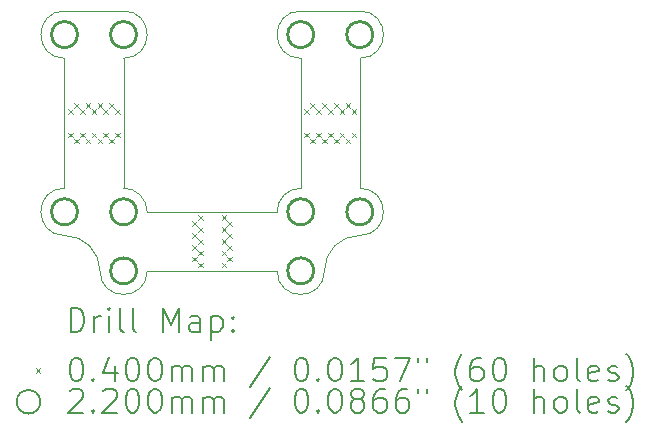
<source format=gbr>
%FSLAX45Y45*%
G04 Gerber Fmt 4.5, Leading zero omitted, Abs format (unit mm)*
G04 Created by KiCad (PCBNEW 6.0.1-79c1e3a40b~116~ubuntu20.04.1) date 2022-01-30 13:40:52*
%MOMM*%
%LPD*%
G01*
G04 APERTURE LIST*
%TA.AperFunction,Profile*%
%ADD10C,0.100000*%
%TD*%
%ADD11C,0.200000*%
%ADD12C,0.040000*%
%ADD13C,0.220000*%
G04 APERTURE END LIST*
D10*
X14500000Y-8700000D02*
G75*
G03*
X14500000Y-8300000I0J200000D01*
G01*
X14000000Y-8300000D02*
G75*
G03*
X14000000Y-8700000I0J-200000D01*
G01*
X14500000Y-10200000D02*
G75*
G03*
X14200000Y-10500000I0J-300000D01*
G01*
X13800000Y-10500000D02*
G75*
G03*
X14200000Y-10500000I200000J0D01*
G01*
X14500000Y-10200000D02*
G75*
G03*
X14500000Y-9800000I0J200000D01*
G01*
X14000000Y-9800000D02*
G75*
G03*
X13800000Y-10000000I0J-200000D01*
G01*
X12700000Y-10000000D02*
G75*
G03*
X12500000Y-9800000I-200000J0D01*
G01*
X12300000Y-10500000D02*
G75*
G03*
X12000000Y-10200000I-300000J0D01*
G01*
X12300000Y-10500000D02*
G75*
G03*
X12700000Y-10500000I200000J0D01*
G01*
X12000000Y-9800000D02*
G75*
G03*
X12000000Y-10200000I0J-200000D01*
G01*
X12500000Y-8700000D02*
G75*
G03*
X12500000Y-8300000I0J200000D01*
G01*
X12000000Y-8300000D02*
G75*
G03*
X12000000Y-8700000I0J-200000D01*
G01*
X12700000Y-10000000D02*
X13800000Y-10000000D01*
X12500000Y-8700000D02*
X12500000Y-9800000D01*
X14000000Y-8700000D02*
X14000000Y-9800000D01*
X14500000Y-8700000D02*
X14500000Y-9800000D01*
X12700000Y-10500000D02*
X13800000Y-10500000D01*
X12000000Y-8700000D02*
X12000000Y-9800000D01*
X14000000Y-8300000D02*
X14500000Y-8300000D01*
X12000000Y-8300000D02*
X12500000Y-8300000D01*
D11*
D12*
X12030000Y-9130000D02*
X12070000Y-9170000D01*
X12070000Y-9130000D02*
X12030000Y-9170000D01*
X12030000Y-9330000D02*
X12070000Y-9370000D01*
X12070000Y-9330000D02*
X12030000Y-9370000D01*
X12080000Y-9080000D02*
X12120000Y-9120000D01*
X12120000Y-9080000D02*
X12080000Y-9120000D01*
X12080000Y-9380000D02*
X12120000Y-9420000D01*
X12120000Y-9380000D02*
X12080000Y-9420000D01*
X12130000Y-9130000D02*
X12170000Y-9170000D01*
X12170000Y-9130000D02*
X12130000Y-9170000D01*
X12130000Y-9330000D02*
X12170000Y-9370000D01*
X12170000Y-9330000D02*
X12130000Y-9370000D01*
X12180000Y-9080000D02*
X12220000Y-9120000D01*
X12220000Y-9080000D02*
X12180000Y-9120000D01*
X12180000Y-9380000D02*
X12220000Y-9420000D01*
X12220000Y-9380000D02*
X12180000Y-9420000D01*
X12230000Y-9130000D02*
X12270000Y-9170000D01*
X12270000Y-9130000D02*
X12230000Y-9170000D01*
X12230000Y-9130000D02*
X12270000Y-9170000D01*
X12270000Y-9130000D02*
X12230000Y-9170000D01*
X12230000Y-9330000D02*
X12270000Y-9370000D01*
X12270000Y-9330000D02*
X12230000Y-9370000D01*
X12230000Y-9330000D02*
X12270000Y-9370000D01*
X12270000Y-9330000D02*
X12230000Y-9370000D01*
X12280000Y-9080000D02*
X12320000Y-9120000D01*
X12320000Y-9080000D02*
X12280000Y-9120000D01*
X12280000Y-9380000D02*
X12320000Y-9420000D01*
X12320000Y-9380000D02*
X12280000Y-9420000D01*
X12330000Y-9130000D02*
X12370000Y-9170000D01*
X12370000Y-9130000D02*
X12330000Y-9170000D01*
X12330000Y-9330000D02*
X12370000Y-9370000D01*
X12370000Y-9330000D02*
X12330000Y-9370000D01*
X12380000Y-9080000D02*
X12420000Y-9120000D01*
X12420000Y-9080000D02*
X12380000Y-9120000D01*
X12380000Y-9380000D02*
X12420000Y-9420000D01*
X12420000Y-9380000D02*
X12380000Y-9420000D01*
X12430000Y-9130000D02*
X12470000Y-9170000D01*
X12470000Y-9130000D02*
X12430000Y-9170000D01*
X12430000Y-9330000D02*
X12470000Y-9370000D01*
X12470000Y-9330000D02*
X12430000Y-9370000D01*
X13080000Y-10080000D02*
X13120000Y-10120000D01*
X13120000Y-10080000D02*
X13080000Y-10120000D01*
X13080000Y-10180000D02*
X13120000Y-10220000D01*
X13120000Y-10180000D02*
X13080000Y-10220000D01*
X13080000Y-10280000D02*
X13120000Y-10320000D01*
X13120000Y-10280000D02*
X13080000Y-10320000D01*
X13080000Y-10380000D02*
X13120000Y-10420000D01*
X13120000Y-10380000D02*
X13080000Y-10420000D01*
X13130000Y-10030000D02*
X13170000Y-10070000D01*
X13170000Y-10030000D02*
X13130000Y-10070000D01*
X13130000Y-10130000D02*
X13170000Y-10170000D01*
X13170000Y-10130000D02*
X13130000Y-10170000D01*
X13130000Y-10230000D02*
X13170000Y-10270000D01*
X13170000Y-10230000D02*
X13130000Y-10270000D01*
X13130000Y-10230000D02*
X13170000Y-10270000D01*
X13170000Y-10230000D02*
X13130000Y-10270000D01*
X13130000Y-10330000D02*
X13170000Y-10370000D01*
X13170000Y-10330000D02*
X13130000Y-10370000D01*
X13130000Y-10430000D02*
X13170000Y-10470000D01*
X13170000Y-10430000D02*
X13130000Y-10470000D01*
X13330000Y-10030000D02*
X13370000Y-10070000D01*
X13370000Y-10030000D02*
X13330000Y-10070000D01*
X13330000Y-10130000D02*
X13370000Y-10170000D01*
X13370000Y-10130000D02*
X13330000Y-10170000D01*
X13330000Y-10230000D02*
X13370000Y-10270000D01*
X13370000Y-10230000D02*
X13330000Y-10270000D01*
X13330000Y-10230000D02*
X13370000Y-10270000D01*
X13370000Y-10230000D02*
X13330000Y-10270000D01*
X13330000Y-10330000D02*
X13370000Y-10370000D01*
X13370000Y-10330000D02*
X13330000Y-10370000D01*
X13330000Y-10430000D02*
X13370000Y-10470000D01*
X13370000Y-10430000D02*
X13330000Y-10470000D01*
X13380000Y-10080000D02*
X13420000Y-10120000D01*
X13420000Y-10080000D02*
X13380000Y-10120000D01*
X13380000Y-10180000D02*
X13420000Y-10220000D01*
X13420000Y-10180000D02*
X13380000Y-10220000D01*
X13380000Y-10280000D02*
X13420000Y-10320000D01*
X13420000Y-10280000D02*
X13380000Y-10320000D01*
X13380000Y-10380000D02*
X13420000Y-10420000D01*
X13420000Y-10380000D02*
X13380000Y-10420000D01*
X14030000Y-9130000D02*
X14070000Y-9170000D01*
X14070000Y-9130000D02*
X14030000Y-9170000D01*
X14030000Y-9330000D02*
X14070000Y-9370000D01*
X14070000Y-9330000D02*
X14030000Y-9370000D01*
X14080000Y-9080000D02*
X14120000Y-9120000D01*
X14120000Y-9080000D02*
X14080000Y-9120000D01*
X14080000Y-9380000D02*
X14120000Y-9420000D01*
X14120000Y-9380000D02*
X14080000Y-9420000D01*
X14130000Y-9130000D02*
X14170000Y-9170000D01*
X14170000Y-9130000D02*
X14130000Y-9170000D01*
X14130000Y-9330000D02*
X14170000Y-9370000D01*
X14170000Y-9330000D02*
X14130000Y-9370000D01*
X14180000Y-9080000D02*
X14220000Y-9120000D01*
X14220000Y-9080000D02*
X14180000Y-9120000D01*
X14180000Y-9380000D02*
X14220000Y-9420000D01*
X14220000Y-9380000D02*
X14180000Y-9420000D01*
X14230000Y-9130000D02*
X14270000Y-9170000D01*
X14270000Y-9130000D02*
X14230000Y-9170000D01*
X14230000Y-9130000D02*
X14270000Y-9170000D01*
X14270000Y-9130000D02*
X14230000Y-9170000D01*
X14230000Y-9330000D02*
X14270000Y-9370000D01*
X14270000Y-9330000D02*
X14230000Y-9370000D01*
X14230000Y-9330000D02*
X14270000Y-9370000D01*
X14270000Y-9330000D02*
X14230000Y-9370000D01*
X14280000Y-9080000D02*
X14320000Y-9120000D01*
X14320000Y-9080000D02*
X14280000Y-9120000D01*
X14280000Y-9380000D02*
X14320000Y-9420000D01*
X14320000Y-9380000D02*
X14280000Y-9420000D01*
X14330000Y-9130000D02*
X14370000Y-9170000D01*
X14370000Y-9130000D02*
X14330000Y-9170000D01*
X14330000Y-9330000D02*
X14370000Y-9370000D01*
X14370000Y-9330000D02*
X14330000Y-9370000D01*
X14380000Y-9080000D02*
X14420000Y-9120000D01*
X14420000Y-9080000D02*
X14380000Y-9120000D01*
X14380000Y-9380000D02*
X14420000Y-9420000D01*
X14420000Y-9380000D02*
X14380000Y-9420000D01*
X14430000Y-9130000D02*
X14470000Y-9170000D01*
X14470000Y-9130000D02*
X14430000Y-9170000D01*
X14430000Y-9330000D02*
X14470000Y-9370000D01*
X14470000Y-9330000D02*
X14430000Y-9370000D01*
D13*
X12110000Y-8500000D02*
G75*
G03*
X12110000Y-8500000I-110000J0D01*
G01*
X12110000Y-10000000D02*
G75*
G03*
X12110000Y-10000000I-110000J0D01*
G01*
X12610000Y-8500000D02*
G75*
G03*
X12610000Y-8500000I-110000J0D01*
G01*
X12610000Y-10000000D02*
G75*
G03*
X12610000Y-10000000I-110000J0D01*
G01*
X12610000Y-10500000D02*
G75*
G03*
X12610000Y-10500000I-110000J0D01*
G01*
X14110000Y-8500000D02*
G75*
G03*
X14110000Y-8500000I-110000J0D01*
G01*
X14110000Y-10000000D02*
G75*
G03*
X14110000Y-10000000I-110000J0D01*
G01*
X14110000Y-10500000D02*
G75*
G03*
X14110000Y-10500000I-110000J0D01*
G01*
X14610000Y-8500000D02*
G75*
G03*
X14610000Y-8500000I-110000J0D01*
G01*
X14610000Y-10000000D02*
G75*
G03*
X14610000Y-10000000I-110000J0D01*
G01*
D11*
X12052619Y-11015476D02*
X12052619Y-10815476D01*
X12100238Y-10815476D01*
X12128809Y-10825000D01*
X12147857Y-10844048D01*
X12157381Y-10863095D01*
X12166905Y-10901190D01*
X12166905Y-10929762D01*
X12157381Y-10967857D01*
X12147857Y-10986905D01*
X12128809Y-11005952D01*
X12100238Y-11015476D01*
X12052619Y-11015476D01*
X12252619Y-11015476D02*
X12252619Y-10882143D01*
X12252619Y-10920238D02*
X12262143Y-10901190D01*
X12271667Y-10891667D01*
X12290714Y-10882143D01*
X12309762Y-10882143D01*
X12376428Y-11015476D02*
X12376428Y-10882143D01*
X12376428Y-10815476D02*
X12366905Y-10825000D01*
X12376428Y-10834524D01*
X12385952Y-10825000D01*
X12376428Y-10815476D01*
X12376428Y-10834524D01*
X12500238Y-11015476D02*
X12481190Y-11005952D01*
X12471667Y-10986905D01*
X12471667Y-10815476D01*
X12605000Y-11015476D02*
X12585952Y-11005952D01*
X12576428Y-10986905D01*
X12576428Y-10815476D01*
X12833571Y-11015476D02*
X12833571Y-10815476D01*
X12900238Y-10958333D01*
X12966905Y-10815476D01*
X12966905Y-11015476D01*
X13147857Y-11015476D02*
X13147857Y-10910714D01*
X13138333Y-10891667D01*
X13119286Y-10882143D01*
X13081190Y-10882143D01*
X13062143Y-10891667D01*
X13147857Y-11005952D02*
X13128809Y-11015476D01*
X13081190Y-11015476D01*
X13062143Y-11005952D01*
X13052619Y-10986905D01*
X13052619Y-10967857D01*
X13062143Y-10948810D01*
X13081190Y-10939286D01*
X13128809Y-10939286D01*
X13147857Y-10929762D01*
X13243095Y-10882143D02*
X13243095Y-11082143D01*
X13243095Y-10891667D02*
X13262143Y-10882143D01*
X13300238Y-10882143D01*
X13319286Y-10891667D01*
X13328809Y-10901190D01*
X13338333Y-10920238D01*
X13338333Y-10977381D01*
X13328809Y-10996429D01*
X13319286Y-11005952D01*
X13300238Y-11015476D01*
X13262143Y-11015476D01*
X13243095Y-11005952D01*
X13424048Y-10996429D02*
X13433571Y-11005952D01*
X13424048Y-11015476D01*
X13414524Y-11005952D01*
X13424048Y-10996429D01*
X13424048Y-11015476D01*
X13424048Y-10891667D02*
X13433571Y-10901190D01*
X13424048Y-10910714D01*
X13414524Y-10901190D01*
X13424048Y-10891667D01*
X13424048Y-10910714D01*
D12*
X11755000Y-11325000D02*
X11795000Y-11365000D01*
X11795000Y-11325000D02*
X11755000Y-11365000D01*
D11*
X12090714Y-11235476D02*
X12109762Y-11235476D01*
X12128809Y-11245000D01*
X12138333Y-11254524D01*
X12147857Y-11273571D01*
X12157381Y-11311667D01*
X12157381Y-11359286D01*
X12147857Y-11397381D01*
X12138333Y-11416428D01*
X12128809Y-11425952D01*
X12109762Y-11435476D01*
X12090714Y-11435476D01*
X12071667Y-11425952D01*
X12062143Y-11416428D01*
X12052619Y-11397381D01*
X12043095Y-11359286D01*
X12043095Y-11311667D01*
X12052619Y-11273571D01*
X12062143Y-11254524D01*
X12071667Y-11245000D01*
X12090714Y-11235476D01*
X12243095Y-11416428D02*
X12252619Y-11425952D01*
X12243095Y-11435476D01*
X12233571Y-11425952D01*
X12243095Y-11416428D01*
X12243095Y-11435476D01*
X12424048Y-11302143D02*
X12424048Y-11435476D01*
X12376428Y-11225952D02*
X12328809Y-11368809D01*
X12452619Y-11368809D01*
X12566905Y-11235476D02*
X12585952Y-11235476D01*
X12605000Y-11245000D01*
X12614524Y-11254524D01*
X12624048Y-11273571D01*
X12633571Y-11311667D01*
X12633571Y-11359286D01*
X12624048Y-11397381D01*
X12614524Y-11416428D01*
X12605000Y-11425952D01*
X12585952Y-11435476D01*
X12566905Y-11435476D01*
X12547857Y-11425952D01*
X12538333Y-11416428D01*
X12528809Y-11397381D01*
X12519286Y-11359286D01*
X12519286Y-11311667D01*
X12528809Y-11273571D01*
X12538333Y-11254524D01*
X12547857Y-11245000D01*
X12566905Y-11235476D01*
X12757381Y-11235476D02*
X12776428Y-11235476D01*
X12795476Y-11245000D01*
X12805000Y-11254524D01*
X12814524Y-11273571D01*
X12824048Y-11311667D01*
X12824048Y-11359286D01*
X12814524Y-11397381D01*
X12805000Y-11416428D01*
X12795476Y-11425952D01*
X12776428Y-11435476D01*
X12757381Y-11435476D01*
X12738333Y-11425952D01*
X12728809Y-11416428D01*
X12719286Y-11397381D01*
X12709762Y-11359286D01*
X12709762Y-11311667D01*
X12719286Y-11273571D01*
X12728809Y-11254524D01*
X12738333Y-11245000D01*
X12757381Y-11235476D01*
X12909762Y-11435476D02*
X12909762Y-11302143D01*
X12909762Y-11321190D02*
X12919286Y-11311667D01*
X12938333Y-11302143D01*
X12966905Y-11302143D01*
X12985952Y-11311667D01*
X12995476Y-11330714D01*
X12995476Y-11435476D01*
X12995476Y-11330714D02*
X13005000Y-11311667D01*
X13024048Y-11302143D01*
X13052619Y-11302143D01*
X13071667Y-11311667D01*
X13081190Y-11330714D01*
X13081190Y-11435476D01*
X13176428Y-11435476D02*
X13176428Y-11302143D01*
X13176428Y-11321190D02*
X13185952Y-11311667D01*
X13205000Y-11302143D01*
X13233571Y-11302143D01*
X13252619Y-11311667D01*
X13262143Y-11330714D01*
X13262143Y-11435476D01*
X13262143Y-11330714D02*
X13271667Y-11311667D01*
X13290714Y-11302143D01*
X13319286Y-11302143D01*
X13338333Y-11311667D01*
X13347857Y-11330714D01*
X13347857Y-11435476D01*
X13738333Y-11225952D02*
X13566905Y-11483095D01*
X13995476Y-11235476D02*
X14014524Y-11235476D01*
X14033571Y-11245000D01*
X14043095Y-11254524D01*
X14052619Y-11273571D01*
X14062143Y-11311667D01*
X14062143Y-11359286D01*
X14052619Y-11397381D01*
X14043095Y-11416428D01*
X14033571Y-11425952D01*
X14014524Y-11435476D01*
X13995476Y-11435476D01*
X13976428Y-11425952D01*
X13966905Y-11416428D01*
X13957381Y-11397381D01*
X13947857Y-11359286D01*
X13947857Y-11311667D01*
X13957381Y-11273571D01*
X13966905Y-11254524D01*
X13976428Y-11245000D01*
X13995476Y-11235476D01*
X14147857Y-11416428D02*
X14157381Y-11425952D01*
X14147857Y-11435476D01*
X14138333Y-11425952D01*
X14147857Y-11416428D01*
X14147857Y-11435476D01*
X14281190Y-11235476D02*
X14300238Y-11235476D01*
X14319286Y-11245000D01*
X14328809Y-11254524D01*
X14338333Y-11273571D01*
X14347857Y-11311667D01*
X14347857Y-11359286D01*
X14338333Y-11397381D01*
X14328809Y-11416428D01*
X14319286Y-11425952D01*
X14300238Y-11435476D01*
X14281190Y-11435476D01*
X14262143Y-11425952D01*
X14252619Y-11416428D01*
X14243095Y-11397381D01*
X14233571Y-11359286D01*
X14233571Y-11311667D01*
X14243095Y-11273571D01*
X14252619Y-11254524D01*
X14262143Y-11245000D01*
X14281190Y-11235476D01*
X14538333Y-11435476D02*
X14424048Y-11435476D01*
X14481190Y-11435476D02*
X14481190Y-11235476D01*
X14462143Y-11264048D01*
X14443095Y-11283095D01*
X14424048Y-11292619D01*
X14719286Y-11235476D02*
X14624048Y-11235476D01*
X14614524Y-11330714D01*
X14624048Y-11321190D01*
X14643095Y-11311667D01*
X14690714Y-11311667D01*
X14709762Y-11321190D01*
X14719286Y-11330714D01*
X14728809Y-11349762D01*
X14728809Y-11397381D01*
X14719286Y-11416428D01*
X14709762Y-11425952D01*
X14690714Y-11435476D01*
X14643095Y-11435476D01*
X14624048Y-11425952D01*
X14614524Y-11416428D01*
X14795476Y-11235476D02*
X14928809Y-11235476D01*
X14843095Y-11435476D01*
X14995476Y-11235476D02*
X14995476Y-11273571D01*
X15071667Y-11235476D02*
X15071667Y-11273571D01*
X15366905Y-11511667D02*
X15357381Y-11502143D01*
X15338333Y-11473571D01*
X15328809Y-11454524D01*
X15319286Y-11425952D01*
X15309762Y-11378333D01*
X15309762Y-11340238D01*
X15319286Y-11292619D01*
X15328809Y-11264048D01*
X15338333Y-11245000D01*
X15357381Y-11216428D01*
X15366905Y-11206905D01*
X15528809Y-11235476D02*
X15490714Y-11235476D01*
X15471667Y-11245000D01*
X15462143Y-11254524D01*
X15443095Y-11283095D01*
X15433571Y-11321190D01*
X15433571Y-11397381D01*
X15443095Y-11416428D01*
X15452619Y-11425952D01*
X15471667Y-11435476D01*
X15509762Y-11435476D01*
X15528809Y-11425952D01*
X15538333Y-11416428D01*
X15547857Y-11397381D01*
X15547857Y-11349762D01*
X15538333Y-11330714D01*
X15528809Y-11321190D01*
X15509762Y-11311667D01*
X15471667Y-11311667D01*
X15452619Y-11321190D01*
X15443095Y-11330714D01*
X15433571Y-11349762D01*
X15671667Y-11235476D02*
X15690714Y-11235476D01*
X15709762Y-11245000D01*
X15719286Y-11254524D01*
X15728809Y-11273571D01*
X15738333Y-11311667D01*
X15738333Y-11359286D01*
X15728809Y-11397381D01*
X15719286Y-11416428D01*
X15709762Y-11425952D01*
X15690714Y-11435476D01*
X15671667Y-11435476D01*
X15652619Y-11425952D01*
X15643095Y-11416428D01*
X15633571Y-11397381D01*
X15624048Y-11359286D01*
X15624048Y-11311667D01*
X15633571Y-11273571D01*
X15643095Y-11254524D01*
X15652619Y-11245000D01*
X15671667Y-11235476D01*
X15976428Y-11435476D02*
X15976428Y-11235476D01*
X16062143Y-11435476D02*
X16062143Y-11330714D01*
X16052619Y-11311667D01*
X16033571Y-11302143D01*
X16005000Y-11302143D01*
X15985952Y-11311667D01*
X15976428Y-11321190D01*
X16185952Y-11435476D02*
X16166905Y-11425952D01*
X16157381Y-11416428D01*
X16147857Y-11397381D01*
X16147857Y-11340238D01*
X16157381Y-11321190D01*
X16166905Y-11311667D01*
X16185952Y-11302143D01*
X16214524Y-11302143D01*
X16233571Y-11311667D01*
X16243095Y-11321190D01*
X16252619Y-11340238D01*
X16252619Y-11397381D01*
X16243095Y-11416428D01*
X16233571Y-11425952D01*
X16214524Y-11435476D01*
X16185952Y-11435476D01*
X16366905Y-11435476D02*
X16347857Y-11425952D01*
X16338333Y-11406905D01*
X16338333Y-11235476D01*
X16519286Y-11425952D02*
X16500238Y-11435476D01*
X16462143Y-11435476D01*
X16443095Y-11425952D01*
X16433571Y-11406905D01*
X16433571Y-11330714D01*
X16443095Y-11311667D01*
X16462143Y-11302143D01*
X16500238Y-11302143D01*
X16519286Y-11311667D01*
X16528809Y-11330714D01*
X16528809Y-11349762D01*
X16433571Y-11368809D01*
X16605000Y-11425952D02*
X16624048Y-11435476D01*
X16662143Y-11435476D01*
X16681190Y-11425952D01*
X16690714Y-11406905D01*
X16690714Y-11397381D01*
X16681190Y-11378333D01*
X16662143Y-11368809D01*
X16633571Y-11368809D01*
X16614524Y-11359286D01*
X16605000Y-11340238D01*
X16605000Y-11330714D01*
X16614524Y-11311667D01*
X16633571Y-11302143D01*
X16662143Y-11302143D01*
X16681190Y-11311667D01*
X16757381Y-11511667D02*
X16766905Y-11502143D01*
X16785952Y-11473571D01*
X16795476Y-11454524D01*
X16805000Y-11425952D01*
X16814524Y-11378333D01*
X16814524Y-11340238D01*
X16805000Y-11292619D01*
X16795476Y-11264048D01*
X16785952Y-11245000D01*
X16766905Y-11216428D01*
X16757381Y-11206905D01*
X11795000Y-11609000D02*
G75*
G03*
X11795000Y-11609000I-100000J0D01*
G01*
X12043095Y-11518524D02*
X12052619Y-11509000D01*
X12071667Y-11499476D01*
X12119286Y-11499476D01*
X12138333Y-11509000D01*
X12147857Y-11518524D01*
X12157381Y-11537571D01*
X12157381Y-11556619D01*
X12147857Y-11585190D01*
X12033571Y-11699476D01*
X12157381Y-11699476D01*
X12243095Y-11680428D02*
X12252619Y-11689952D01*
X12243095Y-11699476D01*
X12233571Y-11689952D01*
X12243095Y-11680428D01*
X12243095Y-11699476D01*
X12328809Y-11518524D02*
X12338333Y-11509000D01*
X12357381Y-11499476D01*
X12405000Y-11499476D01*
X12424048Y-11509000D01*
X12433571Y-11518524D01*
X12443095Y-11537571D01*
X12443095Y-11556619D01*
X12433571Y-11585190D01*
X12319286Y-11699476D01*
X12443095Y-11699476D01*
X12566905Y-11499476D02*
X12585952Y-11499476D01*
X12605000Y-11509000D01*
X12614524Y-11518524D01*
X12624048Y-11537571D01*
X12633571Y-11575667D01*
X12633571Y-11623286D01*
X12624048Y-11661381D01*
X12614524Y-11680428D01*
X12605000Y-11689952D01*
X12585952Y-11699476D01*
X12566905Y-11699476D01*
X12547857Y-11689952D01*
X12538333Y-11680428D01*
X12528809Y-11661381D01*
X12519286Y-11623286D01*
X12519286Y-11575667D01*
X12528809Y-11537571D01*
X12538333Y-11518524D01*
X12547857Y-11509000D01*
X12566905Y-11499476D01*
X12757381Y-11499476D02*
X12776428Y-11499476D01*
X12795476Y-11509000D01*
X12805000Y-11518524D01*
X12814524Y-11537571D01*
X12824048Y-11575667D01*
X12824048Y-11623286D01*
X12814524Y-11661381D01*
X12805000Y-11680428D01*
X12795476Y-11689952D01*
X12776428Y-11699476D01*
X12757381Y-11699476D01*
X12738333Y-11689952D01*
X12728809Y-11680428D01*
X12719286Y-11661381D01*
X12709762Y-11623286D01*
X12709762Y-11575667D01*
X12719286Y-11537571D01*
X12728809Y-11518524D01*
X12738333Y-11509000D01*
X12757381Y-11499476D01*
X12909762Y-11699476D02*
X12909762Y-11566143D01*
X12909762Y-11585190D02*
X12919286Y-11575667D01*
X12938333Y-11566143D01*
X12966905Y-11566143D01*
X12985952Y-11575667D01*
X12995476Y-11594714D01*
X12995476Y-11699476D01*
X12995476Y-11594714D02*
X13005000Y-11575667D01*
X13024048Y-11566143D01*
X13052619Y-11566143D01*
X13071667Y-11575667D01*
X13081190Y-11594714D01*
X13081190Y-11699476D01*
X13176428Y-11699476D02*
X13176428Y-11566143D01*
X13176428Y-11585190D02*
X13185952Y-11575667D01*
X13205000Y-11566143D01*
X13233571Y-11566143D01*
X13252619Y-11575667D01*
X13262143Y-11594714D01*
X13262143Y-11699476D01*
X13262143Y-11594714D02*
X13271667Y-11575667D01*
X13290714Y-11566143D01*
X13319286Y-11566143D01*
X13338333Y-11575667D01*
X13347857Y-11594714D01*
X13347857Y-11699476D01*
X13738333Y-11489952D02*
X13566905Y-11747095D01*
X13995476Y-11499476D02*
X14014524Y-11499476D01*
X14033571Y-11509000D01*
X14043095Y-11518524D01*
X14052619Y-11537571D01*
X14062143Y-11575667D01*
X14062143Y-11623286D01*
X14052619Y-11661381D01*
X14043095Y-11680428D01*
X14033571Y-11689952D01*
X14014524Y-11699476D01*
X13995476Y-11699476D01*
X13976428Y-11689952D01*
X13966905Y-11680428D01*
X13957381Y-11661381D01*
X13947857Y-11623286D01*
X13947857Y-11575667D01*
X13957381Y-11537571D01*
X13966905Y-11518524D01*
X13976428Y-11509000D01*
X13995476Y-11499476D01*
X14147857Y-11680428D02*
X14157381Y-11689952D01*
X14147857Y-11699476D01*
X14138333Y-11689952D01*
X14147857Y-11680428D01*
X14147857Y-11699476D01*
X14281190Y-11499476D02*
X14300238Y-11499476D01*
X14319286Y-11509000D01*
X14328809Y-11518524D01*
X14338333Y-11537571D01*
X14347857Y-11575667D01*
X14347857Y-11623286D01*
X14338333Y-11661381D01*
X14328809Y-11680428D01*
X14319286Y-11689952D01*
X14300238Y-11699476D01*
X14281190Y-11699476D01*
X14262143Y-11689952D01*
X14252619Y-11680428D01*
X14243095Y-11661381D01*
X14233571Y-11623286D01*
X14233571Y-11575667D01*
X14243095Y-11537571D01*
X14252619Y-11518524D01*
X14262143Y-11509000D01*
X14281190Y-11499476D01*
X14462143Y-11585190D02*
X14443095Y-11575667D01*
X14433571Y-11566143D01*
X14424048Y-11547095D01*
X14424048Y-11537571D01*
X14433571Y-11518524D01*
X14443095Y-11509000D01*
X14462143Y-11499476D01*
X14500238Y-11499476D01*
X14519286Y-11509000D01*
X14528809Y-11518524D01*
X14538333Y-11537571D01*
X14538333Y-11547095D01*
X14528809Y-11566143D01*
X14519286Y-11575667D01*
X14500238Y-11585190D01*
X14462143Y-11585190D01*
X14443095Y-11594714D01*
X14433571Y-11604238D01*
X14424048Y-11623286D01*
X14424048Y-11661381D01*
X14433571Y-11680428D01*
X14443095Y-11689952D01*
X14462143Y-11699476D01*
X14500238Y-11699476D01*
X14519286Y-11689952D01*
X14528809Y-11680428D01*
X14538333Y-11661381D01*
X14538333Y-11623286D01*
X14528809Y-11604238D01*
X14519286Y-11594714D01*
X14500238Y-11585190D01*
X14709762Y-11499476D02*
X14671667Y-11499476D01*
X14652619Y-11509000D01*
X14643095Y-11518524D01*
X14624048Y-11547095D01*
X14614524Y-11585190D01*
X14614524Y-11661381D01*
X14624048Y-11680428D01*
X14633571Y-11689952D01*
X14652619Y-11699476D01*
X14690714Y-11699476D01*
X14709762Y-11689952D01*
X14719286Y-11680428D01*
X14728809Y-11661381D01*
X14728809Y-11613762D01*
X14719286Y-11594714D01*
X14709762Y-11585190D01*
X14690714Y-11575667D01*
X14652619Y-11575667D01*
X14633571Y-11585190D01*
X14624048Y-11594714D01*
X14614524Y-11613762D01*
X14900238Y-11499476D02*
X14862143Y-11499476D01*
X14843095Y-11509000D01*
X14833571Y-11518524D01*
X14814524Y-11547095D01*
X14805000Y-11585190D01*
X14805000Y-11661381D01*
X14814524Y-11680428D01*
X14824048Y-11689952D01*
X14843095Y-11699476D01*
X14881190Y-11699476D01*
X14900238Y-11689952D01*
X14909762Y-11680428D01*
X14919286Y-11661381D01*
X14919286Y-11613762D01*
X14909762Y-11594714D01*
X14900238Y-11585190D01*
X14881190Y-11575667D01*
X14843095Y-11575667D01*
X14824048Y-11585190D01*
X14814524Y-11594714D01*
X14805000Y-11613762D01*
X14995476Y-11499476D02*
X14995476Y-11537571D01*
X15071667Y-11499476D02*
X15071667Y-11537571D01*
X15366905Y-11775667D02*
X15357381Y-11766143D01*
X15338333Y-11737571D01*
X15328809Y-11718524D01*
X15319286Y-11689952D01*
X15309762Y-11642333D01*
X15309762Y-11604238D01*
X15319286Y-11556619D01*
X15328809Y-11528048D01*
X15338333Y-11509000D01*
X15357381Y-11480428D01*
X15366905Y-11470905D01*
X15547857Y-11699476D02*
X15433571Y-11699476D01*
X15490714Y-11699476D02*
X15490714Y-11499476D01*
X15471667Y-11528048D01*
X15452619Y-11547095D01*
X15433571Y-11556619D01*
X15671667Y-11499476D02*
X15690714Y-11499476D01*
X15709762Y-11509000D01*
X15719286Y-11518524D01*
X15728809Y-11537571D01*
X15738333Y-11575667D01*
X15738333Y-11623286D01*
X15728809Y-11661381D01*
X15719286Y-11680428D01*
X15709762Y-11689952D01*
X15690714Y-11699476D01*
X15671667Y-11699476D01*
X15652619Y-11689952D01*
X15643095Y-11680428D01*
X15633571Y-11661381D01*
X15624048Y-11623286D01*
X15624048Y-11575667D01*
X15633571Y-11537571D01*
X15643095Y-11518524D01*
X15652619Y-11509000D01*
X15671667Y-11499476D01*
X15976428Y-11699476D02*
X15976428Y-11499476D01*
X16062143Y-11699476D02*
X16062143Y-11594714D01*
X16052619Y-11575667D01*
X16033571Y-11566143D01*
X16005000Y-11566143D01*
X15985952Y-11575667D01*
X15976428Y-11585190D01*
X16185952Y-11699476D02*
X16166905Y-11689952D01*
X16157381Y-11680428D01*
X16147857Y-11661381D01*
X16147857Y-11604238D01*
X16157381Y-11585190D01*
X16166905Y-11575667D01*
X16185952Y-11566143D01*
X16214524Y-11566143D01*
X16233571Y-11575667D01*
X16243095Y-11585190D01*
X16252619Y-11604238D01*
X16252619Y-11661381D01*
X16243095Y-11680428D01*
X16233571Y-11689952D01*
X16214524Y-11699476D01*
X16185952Y-11699476D01*
X16366905Y-11699476D02*
X16347857Y-11689952D01*
X16338333Y-11670905D01*
X16338333Y-11499476D01*
X16519286Y-11689952D02*
X16500238Y-11699476D01*
X16462143Y-11699476D01*
X16443095Y-11689952D01*
X16433571Y-11670905D01*
X16433571Y-11594714D01*
X16443095Y-11575667D01*
X16462143Y-11566143D01*
X16500238Y-11566143D01*
X16519286Y-11575667D01*
X16528809Y-11594714D01*
X16528809Y-11613762D01*
X16433571Y-11632809D01*
X16605000Y-11689952D02*
X16624048Y-11699476D01*
X16662143Y-11699476D01*
X16681190Y-11689952D01*
X16690714Y-11670905D01*
X16690714Y-11661381D01*
X16681190Y-11642333D01*
X16662143Y-11632809D01*
X16633571Y-11632809D01*
X16614524Y-11623286D01*
X16605000Y-11604238D01*
X16605000Y-11594714D01*
X16614524Y-11575667D01*
X16633571Y-11566143D01*
X16662143Y-11566143D01*
X16681190Y-11575667D01*
X16757381Y-11775667D02*
X16766905Y-11766143D01*
X16785952Y-11737571D01*
X16795476Y-11718524D01*
X16805000Y-11689952D01*
X16814524Y-11642333D01*
X16814524Y-11604238D01*
X16805000Y-11556619D01*
X16795476Y-11528048D01*
X16785952Y-11509000D01*
X16766905Y-11480428D01*
X16757381Y-11470905D01*
M02*

</source>
